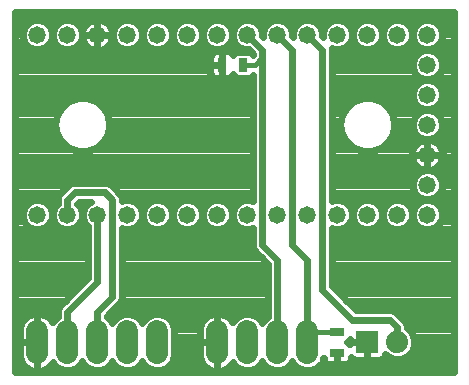
<source format=gbl>
G75*
%MOIN*%
%OFA0B0*%
%FSLAX25Y25*%
%IPPOS*%
%LPD*%
%AMOC8*
5,1,8,0,0,1.08239X$1,22.5*
%
%ADD10C,0.07400*%
%ADD11R,0.07400X0.07400*%
%ADD12C,0.07400*%
%ADD13C,0.05800*%
%ADD14R,0.03150X0.04724*%
%ADD15R,0.04724X0.03150*%
%ADD16C,0.02400*%
%ADD17C,0.01600*%
D10*
X0011800Y0011800D02*
X0011800Y0019200D01*
X0021800Y0019200D02*
X0021800Y0011800D01*
X0031800Y0011800D02*
X0031800Y0019200D01*
X0041800Y0019200D02*
X0041800Y0011800D01*
X0051800Y0011800D02*
X0051800Y0019200D01*
X0071800Y0019200D02*
X0071800Y0011800D01*
X0081800Y0011800D02*
X0081800Y0019200D01*
X0091800Y0019200D02*
X0091800Y0011800D01*
X0101800Y0011800D02*
X0101800Y0019200D01*
D11*
X0121800Y0015500D03*
D12*
X0131800Y0015500D03*
D13*
X0131800Y0058000D03*
X0121800Y0058000D03*
X0111800Y0058000D03*
X0101800Y0058000D03*
X0091800Y0058000D03*
X0081800Y0058000D03*
X0071800Y0058000D03*
X0061800Y0058000D03*
X0051800Y0058000D03*
X0041800Y0058000D03*
X0031800Y0058000D03*
X0021800Y0058000D03*
X0011800Y0058000D03*
X0011800Y0118000D03*
X0021800Y0118000D03*
X0031800Y0118000D03*
X0041800Y0118000D03*
X0051800Y0118000D03*
X0061800Y0118000D03*
X0071800Y0118000D03*
X0081800Y0118000D03*
X0091800Y0118000D03*
X0101800Y0118000D03*
X0111800Y0118000D03*
X0121800Y0118000D03*
X0131800Y0118000D03*
X0141800Y0118000D03*
X0141800Y0108000D03*
X0141800Y0098000D03*
X0141800Y0088000D03*
X0141800Y0078000D03*
X0141800Y0068000D03*
X0141800Y0058000D03*
D14*
X0080343Y0108000D03*
X0073257Y0108000D03*
D15*
X0111800Y0019043D03*
X0111800Y0011957D03*
D16*
X0150817Y0005500D02*
X0004300Y0005500D01*
X0004300Y0125500D01*
X0150817Y0125500D01*
X0150817Y0005500D01*
X0150817Y0007797D02*
X0105729Y0007797D01*
X0104977Y0007045D02*
X0106555Y0008623D01*
X0107238Y0010272D01*
X0107238Y0010092D01*
X0107388Y0009533D01*
X0107677Y0009031D01*
X0108087Y0008621D01*
X0108589Y0008332D01*
X0109148Y0008182D01*
X0111800Y0008182D01*
X0114452Y0008182D01*
X0115011Y0008332D01*
X0115513Y0008621D01*
X0115923Y0009031D01*
X0116212Y0009533D01*
X0116362Y0010092D01*
X0116362Y0010427D01*
X0116749Y0010040D01*
X0117251Y0009750D01*
X0117810Y0009600D01*
X0121800Y0009600D01*
X0125790Y0009600D01*
X0126349Y0009750D01*
X0126851Y0010040D01*
X0127260Y0010449D01*
X0127550Y0010951D01*
X0127700Y0011510D01*
X0127700Y0011668D01*
X0128623Y0010745D01*
X0130684Y0009891D01*
X0132916Y0009891D01*
X0134977Y0010745D01*
X0136555Y0012323D01*
X0137409Y0014384D01*
X0137409Y0016616D01*
X0136555Y0018677D01*
X0134977Y0020255D01*
X0134909Y0020283D01*
X0134909Y0021118D01*
X0134435Y0022261D01*
X0131935Y0024761D01*
X0131061Y0025635D01*
X0129918Y0026109D01*
X0118088Y0026109D01*
X0109909Y0034288D01*
X0109909Y0053579D01*
X0110843Y0053191D01*
X0112756Y0053191D01*
X0114524Y0053923D01*
X0115877Y0055276D01*
X0116609Y0057043D01*
X0116609Y0058956D01*
X0115877Y0060724D01*
X0114524Y0062077D01*
X0112756Y0062809D01*
X0110843Y0062809D01*
X0109909Y0062421D01*
X0109909Y0113579D01*
X0110843Y0113191D01*
X0112756Y0113191D01*
X0114524Y0113923D01*
X0115877Y0115276D01*
X0116609Y0117043D01*
X0116609Y0118956D01*
X0115877Y0120724D01*
X0114524Y0122077D01*
X0112756Y0122809D01*
X0110843Y0122809D01*
X0109076Y0122077D01*
X0107723Y0120724D01*
X0106991Y0118956D01*
X0106991Y0117205D01*
X0106609Y0117588D01*
X0106609Y0118956D01*
X0105877Y0120724D01*
X0104524Y0122077D01*
X0102756Y0122809D01*
X0100843Y0122809D01*
X0099076Y0122077D01*
X0097723Y0120724D01*
X0096991Y0118956D01*
X0096991Y0117205D01*
X0096609Y0117588D01*
X0096609Y0118956D01*
X0095877Y0120724D01*
X0094524Y0122077D01*
X0092756Y0122809D01*
X0090843Y0122809D01*
X0089076Y0122077D01*
X0087723Y0120724D01*
X0086991Y0118956D01*
X0086991Y0117205D01*
X0086609Y0117588D01*
X0086609Y0118956D01*
X0085877Y0120724D01*
X0084524Y0122077D01*
X0082756Y0122809D01*
X0080843Y0122809D01*
X0079076Y0122077D01*
X0077723Y0120724D01*
X0076991Y0118956D01*
X0076991Y0117043D01*
X0077723Y0115276D01*
X0079076Y0113923D01*
X0080843Y0113191D01*
X0082212Y0113191D01*
X0083691Y0111712D01*
X0083691Y0111288D01*
X0082709Y0112271D01*
X0077978Y0112271D01*
X0076889Y0111182D01*
X0076882Y0111211D01*
X0076592Y0111713D01*
X0076182Y0112123D01*
X0075681Y0112412D01*
X0075121Y0112562D01*
X0073257Y0112562D01*
X0073257Y0108000D01*
X0073257Y0103438D01*
X0075121Y0103438D01*
X0075681Y0103588D01*
X0076182Y0103877D01*
X0076592Y0104287D01*
X0076882Y0104789D01*
X0076889Y0104818D01*
X0077978Y0103729D01*
X0082709Y0103729D01*
X0083691Y0104712D01*
X0083691Y0062421D01*
X0082756Y0062809D01*
X0080843Y0062809D01*
X0079076Y0062077D01*
X0077723Y0060724D01*
X0076991Y0058956D01*
X0076991Y0057043D01*
X0077723Y0055276D01*
X0079076Y0053923D01*
X0080843Y0053191D01*
X0082756Y0053191D01*
X0083691Y0053579D01*
X0083691Y0047382D01*
X0084165Y0046239D01*
X0085039Y0045365D01*
X0088691Y0041712D01*
X0088691Y0023983D01*
X0088623Y0023955D01*
X0087045Y0022377D01*
X0086800Y0021785D01*
X0086555Y0022377D01*
X0084977Y0023955D01*
X0082916Y0024809D01*
X0080684Y0024809D01*
X0078623Y0023955D01*
X0077045Y0022377D01*
X0076937Y0022115D01*
X0076846Y0022292D01*
X0076300Y0023044D01*
X0075644Y0023700D01*
X0074892Y0024246D01*
X0074065Y0024668D01*
X0073182Y0024955D01*
X0072264Y0025100D01*
X0071800Y0025100D01*
X0071800Y0015500D01*
X0071800Y0015500D01*
X0071800Y0005900D01*
X0072264Y0005900D01*
X0073182Y0006045D01*
X0074065Y0006332D01*
X0074892Y0006754D01*
X0075644Y0007300D01*
X0076300Y0007956D01*
X0076846Y0008708D01*
X0076937Y0008885D01*
X0077045Y0008623D01*
X0078623Y0007045D01*
X0080684Y0006191D01*
X0082916Y0006191D01*
X0084977Y0007045D01*
X0086555Y0008623D01*
X0086800Y0009215D01*
X0087045Y0008623D01*
X0088623Y0007045D01*
X0090684Y0006191D01*
X0092916Y0006191D01*
X0094977Y0007045D01*
X0096555Y0008623D01*
X0096800Y0009215D01*
X0097045Y0008623D01*
X0098623Y0007045D01*
X0100684Y0006191D01*
X0102916Y0006191D01*
X0104977Y0007045D01*
X0107206Y0010196D02*
X0107238Y0010196D01*
X0111800Y0010196D02*
X0111800Y0010196D01*
X0111800Y0011957D02*
X0111800Y0008182D01*
X0111800Y0011957D01*
X0111800Y0011957D01*
X0114982Y0015589D02*
X0115900Y0016507D01*
X0115900Y0015500D01*
X0121800Y0015500D01*
X0121800Y0009600D01*
X0121800Y0015500D01*
X0121800Y0015500D01*
X0121800Y0015500D01*
X0115900Y0015500D01*
X0115900Y0014905D01*
X0115513Y0015292D01*
X0115011Y0015582D01*
X0114982Y0015589D01*
X0115812Y0014993D02*
X0115900Y0014993D01*
X0116362Y0010196D02*
X0116593Y0010196D01*
X0121800Y0010196D02*
X0121800Y0010196D01*
X0121800Y0012594D02*
X0121800Y0012594D01*
X0121800Y0014993D02*
X0121800Y0014993D01*
X0127007Y0010196D02*
X0129950Y0010196D01*
X0133650Y0010196D02*
X0150817Y0010196D01*
X0150817Y0012594D02*
X0136667Y0012594D01*
X0137409Y0014993D02*
X0150817Y0014993D01*
X0150817Y0017391D02*
X0137087Y0017391D01*
X0135442Y0019790D02*
X0150817Y0019790D01*
X0150817Y0022188D02*
X0134466Y0022188D01*
X0131800Y0020500D02*
X0129300Y0023000D01*
X0116800Y0023000D01*
X0106800Y0033000D01*
X0106800Y0113000D01*
X0101800Y0118000D01*
X0105958Y0120527D02*
X0107642Y0120527D01*
X0106991Y0118129D02*
X0106609Y0118129D01*
X0109909Y0113332D02*
X0110505Y0113332D01*
X0109909Y0110933D02*
X0137933Y0110933D01*
X0137723Y0110724D02*
X0136991Y0108956D01*
X0136991Y0107043D01*
X0137723Y0105276D01*
X0139076Y0103923D01*
X0140843Y0103191D01*
X0142756Y0103191D01*
X0144524Y0103923D01*
X0145877Y0105276D01*
X0146609Y0107043D01*
X0146609Y0108956D01*
X0145877Y0110724D01*
X0144524Y0112077D01*
X0142756Y0112809D01*
X0140843Y0112809D01*
X0139076Y0112077D01*
X0137723Y0110724D01*
X0136991Y0108534D02*
X0109909Y0108534D01*
X0109909Y0106136D02*
X0137367Y0106136D01*
X0139525Y0103737D02*
X0109909Y0103737D01*
X0109909Y0101339D02*
X0138338Y0101339D01*
X0137723Y0100724D02*
X0136991Y0098956D01*
X0136991Y0097043D01*
X0137723Y0095276D01*
X0139076Y0093923D01*
X0140843Y0093191D01*
X0142756Y0093191D01*
X0144524Y0093923D01*
X0145877Y0095276D01*
X0146609Y0097043D01*
X0146609Y0098956D01*
X0145877Y0100724D01*
X0144524Y0102077D01*
X0142756Y0102809D01*
X0140843Y0102809D01*
X0139076Y0102077D01*
X0137723Y0100724D01*
X0136991Y0098940D02*
X0109909Y0098940D01*
X0109909Y0096542D02*
X0119247Y0096542D01*
X0120231Y0096900D02*
X0117281Y0095827D01*
X0114877Y0093809D01*
X0113308Y0091091D01*
X0113308Y0091091D01*
X0112763Y0088000D01*
X0113308Y0084909D01*
X0114877Y0082191D01*
X0114877Y0082191D01*
X0117281Y0080173D01*
X0120231Y0079100D01*
X0121137Y0079100D01*
X0123369Y0079100D01*
X0126319Y0080173D01*
X0128723Y0082191D01*
X0130292Y0084909D01*
X0130837Y0088000D01*
X0130292Y0091091D01*
X0128723Y0093809D01*
X0128723Y0093809D01*
X0126319Y0095827D01*
X0126319Y0095827D01*
X0123369Y0096900D01*
X0120231Y0096900D01*
X0117281Y0095827D02*
X0117281Y0095827D01*
X0115276Y0094143D02*
X0109909Y0094143D01*
X0109909Y0091745D02*
X0113685Y0091745D01*
X0114877Y0093809D02*
X0114877Y0093809D01*
X0113000Y0089346D02*
X0109909Y0089346D01*
X0109909Y0086948D02*
X0112948Y0086948D01*
X0113308Y0084909D02*
X0113308Y0084909D01*
X0113515Y0084549D02*
X0109909Y0084549D01*
X0109909Y0082151D02*
X0114925Y0082151D01*
X0117281Y0080173D02*
X0117281Y0080173D01*
X0118438Y0079752D02*
X0109909Y0079752D01*
X0109909Y0077354D02*
X0136739Y0077354D01*
X0136700Y0077599D02*
X0136826Y0076806D01*
X0137074Y0076042D01*
X0137438Y0075327D01*
X0137910Y0074678D01*
X0138478Y0074110D01*
X0139127Y0073638D01*
X0139842Y0073274D01*
X0140606Y0073026D01*
X0141399Y0072900D01*
X0141800Y0072900D01*
X0142201Y0072900D01*
X0142994Y0073026D01*
X0143758Y0073274D01*
X0144473Y0073638D01*
X0145122Y0074110D01*
X0145690Y0074678D01*
X0146162Y0075327D01*
X0146526Y0076042D01*
X0146774Y0076806D01*
X0146900Y0077599D01*
X0146900Y0078000D01*
X0146900Y0078401D01*
X0146774Y0079194D01*
X0146526Y0079958D01*
X0146162Y0080673D01*
X0145690Y0081322D01*
X0145122Y0081890D01*
X0144473Y0082362D01*
X0143758Y0082726D01*
X0142994Y0082974D01*
X0142201Y0083100D01*
X0141800Y0083100D01*
X0141800Y0078000D01*
X0141800Y0078000D01*
X0146900Y0078000D01*
X0141800Y0078000D01*
X0141800Y0078000D01*
X0141800Y0078000D01*
X0136700Y0078000D01*
X0136700Y0078401D01*
X0136826Y0079194D01*
X0137074Y0079958D01*
X0137438Y0080673D01*
X0137910Y0081322D01*
X0138478Y0081890D01*
X0139127Y0082362D01*
X0139842Y0082726D01*
X0140606Y0082974D01*
X0141399Y0083100D01*
X0141800Y0083100D01*
X0141800Y0078000D01*
X0141800Y0072900D01*
X0141800Y0078000D01*
X0141800Y0078000D01*
X0136700Y0078000D01*
X0136700Y0077599D01*
X0137007Y0079752D02*
X0125162Y0079752D01*
X0126319Y0080173D02*
X0126319Y0080173D01*
X0128675Y0082151D02*
X0138837Y0082151D01*
X0139076Y0083923D02*
X0140843Y0083191D01*
X0142756Y0083191D01*
X0144524Y0083923D01*
X0145877Y0085276D01*
X0146609Y0087043D01*
X0146609Y0088956D01*
X0145877Y0090724D01*
X0144524Y0092077D01*
X0142756Y0092809D01*
X0140843Y0092809D01*
X0139076Y0092077D01*
X0137723Y0090724D01*
X0136991Y0088956D01*
X0136991Y0087043D01*
X0137723Y0085276D01*
X0139076Y0083923D01*
X0138450Y0084549D02*
X0130085Y0084549D01*
X0130292Y0084909D02*
X0130292Y0084909D01*
X0130652Y0086948D02*
X0137031Y0086948D01*
X0137153Y0089346D02*
X0130600Y0089346D01*
X0130837Y0088000D02*
X0130837Y0088000D01*
X0130292Y0091091D02*
X0130292Y0091091D01*
X0129915Y0091745D02*
X0138744Y0091745D01*
X0138856Y0094143D02*
X0128324Y0094143D01*
X0124353Y0096542D02*
X0137199Y0096542D01*
X0144744Y0094143D02*
X0150817Y0094143D01*
X0150817Y0091745D02*
X0144856Y0091745D01*
X0146447Y0089346D02*
X0150817Y0089346D01*
X0150817Y0086948D02*
X0146569Y0086948D01*
X0145150Y0084549D02*
X0150817Y0084549D01*
X0150817Y0082151D02*
X0144763Y0082151D01*
X0141800Y0082151D02*
X0141800Y0082151D01*
X0141800Y0079752D02*
X0141800Y0079752D01*
X0141800Y0077354D02*
X0141800Y0077354D01*
X0141800Y0074955D02*
X0141800Y0074955D01*
X0142756Y0072809D02*
X0140843Y0072809D01*
X0139076Y0072077D01*
X0137723Y0070724D01*
X0136991Y0068956D01*
X0136991Y0067043D01*
X0137723Y0065276D01*
X0139076Y0063923D01*
X0140843Y0063191D01*
X0142756Y0063191D01*
X0144524Y0063923D01*
X0145877Y0065276D01*
X0146609Y0067043D01*
X0146609Y0068956D01*
X0145877Y0070724D01*
X0144524Y0072077D01*
X0142756Y0072809D01*
X0143364Y0072557D02*
X0150817Y0072557D01*
X0150817Y0070158D02*
X0146111Y0070158D01*
X0146609Y0067760D02*
X0150817Y0067760D01*
X0150817Y0065361D02*
X0145912Y0065361D01*
X0144524Y0062077D02*
X0142756Y0062809D01*
X0140843Y0062809D01*
X0139076Y0062077D01*
X0137723Y0060724D01*
X0136991Y0058956D01*
X0136991Y0057043D01*
X0137723Y0055276D01*
X0139076Y0053923D01*
X0140843Y0053191D01*
X0142756Y0053191D01*
X0144524Y0053923D01*
X0145877Y0055276D01*
X0146609Y0057043D01*
X0146609Y0058956D01*
X0145877Y0060724D01*
X0144524Y0062077D01*
X0145943Y0060564D02*
X0150817Y0060564D01*
X0150817Y0058166D02*
X0146609Y0058166D01*
X0146080Y0055767D02*
X0150817Y0055767D01*
X0150817Y0053369D02*
X0143185Y0053369D01*
X0140415Y0053369D02*
X0133185Y0053369D01*
X0132756Y0053191D02*
X0134524Y0053923D01*
X0135877Y0055276D01*
X0136609Y0057043D01*
X0136609Y0058956D01*
X0135877Y0060724D01*
X0134524Y0062077D01*
X0132756Y0062809D01*
X0130843Y0062809D01*
X0129076Y0062077D01*
X0127723Y0060724D01*
X0126991Y0058956D01*
X0126991Y0057043D01*
X0127723Y0055276D01*
X0129076Y0053923D01*
X0130843Y0053191D01*
X0132756Y0053191D01*
X0130415Y0053369D02*
X0123185Y0053369D01*
X0122756Y0053191D02*
X0120843Y0053191D01*
X0119076Y0053923D01*
X0117723Y0055276D01*
X0116991Y0057043D01*
X0116991Y0058956D01*
X0117723Y0060724D01*
X0119076Y0062077D01*
X0120843Y0062809D01*
X0122756Y0062809D01*
X0124524Y0062077D01*
X0125877Y0060724D01*
X0126609Y0058956D01*
X0126609Y0057043D01*
X0125877Y0055276D01*
X0124524Y0053923D01*
X0122756Y0053191D01*
X0120415Y0053369D02*
X0113185Y0053369D01*
X0110415Y0053369D02*
X0109909Y0053369D01*
X0109909Y0050970D02*
X0150817Y0050970D01*
X0150817Y0048572D02*
X0109909Y0048572D01*
X0109909Y0046173D02*
X0150817Y0046173D01*
X0150817Y0043775D02*
X0109909Y0043775D01*
X0109909Y0041376D02*
X0150817Y0041376D01*
X0150817Y0038978D02*
X0109909Y0038978D01*
X0109909Y0036579D02*
X0150817Y0036579D01*
X0150817Y0034181D02*
X0110016Y0034181D01*
X0112414Y0031782D02*
X0150817Y0031782D01*
X0150817Y0029384D02*
X0114813Y0029384D01*
X0117211Y0026985D02*
X0150817Y0026985D01*
X0150817Y0024587D02*
X0132110Y0024587D01*
X0131800Y0020500D02*
X0131800Y0015500D01*
X0101800Y0015500D02*
X0101800Y0020500D01*
X0101800Y0043000D01*
X0096800Y0048000D01*
X0096800Y0113000D01*
X0091800Y0118000D01*
X0096609Y0118129D02*
X0096991Y0118129D01*
X0097642Y0120527D02*
X0095958Y0120527D01*
X0087642Y0120527D02*
X0085958Y0120527D01*
X0086609Y0118129D02*
X0086991Y0118129D01*
X0086800Y0113000D02*
X0081800Y0118000D01*
X0077535Y0115730D02*
X0076065Y0115730D01*
X0075877Y0115276D02*
X0076609Y0117043D01*
X0076609Y0118956D01*
X0075877Y0120724D01*
X0074524Y0122077D01*
X0072756Y0122809D01*
X0070843Y0122809D01*
X0069076Y0122077D01*
X0067723Y0120724D01*
X0066991Y0118956D01*
X0066991Y0117043D01*
X0067723Y0115276D01*
X0069076Y0113923D01*
X0070843Y0113191D01*
X0072756Y0113191D01*
X0074524Y0113923D01*
X0075877Y0115276D01*
X0073095Y0113332D02*
X0080505Y0113332D01*
X0076991Y0118129D02*
X0076609Y0118129D01*
X0075958Y0120527D02*
X0077642Y0120527D01*
X0070505Y0113332D02*
X0063095Y0113332D01*
X0062756Y0113191D02*
X0064524Y0113923D01*
X0065877Y0115276D01*
X0066609Y0117043D01*
X0066609Y0118956D01*
X0065877Y0120724D01*
X0064524Y0122077D01*
X0062756Y0122809D01*
X0060843Y0122809D01*
X0059076Y0122077D01*
X0057723Y0120724D01*
X0056991Y0118956D01*
X0056991Y0117043D01*
X0057723Y0115276D01*
X0059076Y0113923D01*
X0060843Y0113191D01*
X0062756Y0113191D01*
X0060505Y0113332D02*
X0053095Y0113332D01*
X0052756Y0113191D02*
X0054524Y0113923D01*
X0055877Y0115276D01*
X0056609Y0117043D01*
X0056609Y0118956D01*
X0055877Y0120724D01*
X0054524Y0122077D01*
X0052756Y0122809D01*
X0050843Y0122809D01*
X0049076Y0122077D01*
X0047723Y0120724D01*
X0046991Y0118956D01*
X0046991Y0117043D01*
X0047723Y0115276D01*
X0049076Y0113923D01*
X0050843Y0113191D01*
X0052756Y0113191D01*
X0050505Y0113332D02*
X0043095Y0113332D01*
X0042756Y0113191D02*
X0044524Y0113923D01*
X0045877Y0115276D01*
X0046609Y0117043D01*
X0046609Y0118956D01*
X0045877Y0120724D01*
X0044524Y0122077D01*
X0042756Y0122809D01*
X0040843Y0122809D01*
X0039076Y0122077D01*
X0037723Y0120724D01*
X0036991Y0118956D01*
X0036991Y0117043D01*
X0037723Y0115276D01*
X0039076Y0113923D01*
X0040843Y0113191D01*
X0042756Y0113191D01*
X0040505Y0113332D02*
X0033871Y0113332D01*
X0033758Y0113274D02*
X0034473Y0113638D01*
X0035122Y0114110D01*
X0035690Y0114678D01*
X0036162Y0115327D01*
X0036526Y0116042D01*
X0036774Y0116806D01*
X0036900Y0117599D01*
X0036900Y0118000D01*
X0036900Y0118401D01*
X0036774Y0119194D01*
X0036526Y0119958D01*
X0036162Y0120673D01*
X0035690Y0121322D01*
X0035122Y0121890D01*
X0034473Y0122362D01*
X0033758Y0122726D01*
X0032994Y0122974D01*
X0032201Y0123100D01*
X0031800Y0123100D01*
X0031800Y0118000D01*
X0031800Y0118000D01*
X0036900Y0118000D01*
X0031800Y0118000D01*
X0031800Y0118000D01*
X0031800Y0118000D01*
X0026700Y0118000D01*
X0026700Y0118401D01*
X0026826Y0119194D01*
X0027074Y0119958D01*
X0027438Y0120673D01*
X0027910Y0121322D01*
X0028478Y0121890D01*
X0029127Y0122362D01*
X0029842Y0122726D01*
X0030606Y0122974D01*
X0031399Y0123100D01*
X0031800Y0123100D01*
X0031800Y0118000D01*
X0031800Y0112900D01*
X0032201Y0112900D01*
X0032994Y0113026D01*
X0033758Y0113274D01*
X0031800Y0113332D02*
X0031800Y0113332D01*
X0031800Y0112900D02*
X0031800Y0118000D01*
X0031800Y0118000D01*
X0026700Y0118000D01*
X0026700Y0117599D01*
X0026826Y0116806D01*
X0027074Y0116042D01*
X0027438Y0115327D01*
X0027910Y0114678D01*
X0028478Y0114110D01*
X0029127Y0113638D01*
X0029842Y0113274D01*
X0030606Y0113026D01*
X0031399Y0112900D01*
X0031800Y0112900D01*
X0029729Y0113332D02*
X0023095Y0113332D01*
X0022756Y0113191D02*
X0024524Y0113923D01*
X0025877Y0115276D01*
X0026609Y0117043D01*
X0026609Y0118956D01*
X0025877Y0120724D01*
X0024524Y0122077D01*
X0022756Y0122809D01*
X0020843Y0122809D01*
X0019076Y0122077D01*
X0017723Y0120724D01*
X0016991Y0118956D01*
X0016991Y0117043D01*
X0017723Y0115276D01*
X0019076Y0113923D01*
X0020843Y0113191D01*
X0022756Y0113191D01*
X0020505Y0113332D02*
X0013095Y0113332D01*
X0012756Y0113191D02*
X0014524Y0113923D01*
X0015877Y0115276D01*
X0016609Y0117043D01*
X0016609Y0118956D01*
X0015877Y0120724D01*
X0014524Y0122077D01*
X0012756Y0122809D01*
X0010843Y0122809D01*
X0009076Y0122077D01*
X0007723Y0120724D01*
X0006991Y0118956D01*
X0006991Y0117043D01*
X0007723Y0115276D01*
X0009076Y0113923D01*
X0010843Y0113191D01*
X0012756Y0113191D01*
X0010505Y0113332D02*
X0004300Y0113332D01*
X0004300Y0115730D02*
X0007535Y0115730D01*
X0006991Y0118129D02*
X0004300Y0118129D01*
X0004300Y0120527D02*
X0007642Y0120527D01*
X0004300Y0122926D02*
X0030455Y0122926D01*
X0031800Y0122926D02*
X0031800Y0122926D01*
X0033145Y0122926D02*
X0150817Y0122926D01*
X0150817Y0125324D02*
X0004300Y0125324D01*
X0015958Y0120527D02*
X0017642Y0120527D01*
X0016991Y0118129D02*
X0016609Y0118129D01*
X0016065Y0115730D02*
X0017535Y0115730D01*
X0026065Y0115730D02*
X0027233Y0115730D01*
X0026700Y0118129D02*
X0026609Y0118129D01*
X0025958Y0120527D02*
X0027364Y0120527D01*
X0031800Y0120527D02*
X0031800Y0120527D01*
X0031800Y0118129D02*
X0031800Y0118129D01*
X0031800Y0115730D02*
X0031800Y0115730D01*
X0036367Y0115730D02*
X0037535Y0115730D01*
X0036991Y0118129D02*
X0036900Y0118129D01*
X0036236Y0120527D02*
X0037642Y0120527D01*
X0045958Y0120527D02*
X0047642Y0120527D01*
X0046991Y0118129D02*
X0046609Y0118129D01*
X0046065Y0115730D02*
X0047535Y0115730D01*
X0056065Y0115730D02*
X0057535Y0115730D01*
X0056991Y0118129D02*
X0056609Y0118129D01*
X0055958Y0120527D02*
X0057642Y0120527D01*
X0065958Y0120527D02*
X0067642Y0120527D01*
X0066991Y0118129D02*
X0066609Y0118129D01*
X0066065Y0115730D02*
X0067535Y0115730D01*
X0070331Y0112123D02*
X0069921Y0111713D01*
X0069632Y0111211D01*
X0069482Y0110652D01*
X0069482Y0108000D01*
X0073257Y0108000D01*
X0073257Y0108000D01*
X0073257Y0108000D01*
X0073257Y0103438D01*
X0071392Y0103438D01*
X0070833Y0103588D01*
X0070331Y0103877D01*
X0069921Y0104287D01*
X0069632Y0104789D01*
X0069482Y0105348D01*
X0069482Y0108000D01*
X0073257Y0108000D01*
X0073257Y0112562D01*
X0071392Y0112562D01*
X0070833Y0112412D01*
X0070331Y0112123D01*
X0069557Y0110933D02*
X0004300Y0110933D01*
X0004300Y0108534D02*
X0069482Y0108534D01*
X0069482Y0106136D02*
X0004300Y0106136D01*
X0004300Y0103737D02*
X0070573Y0103737D01*
X0073257Y0103737D02*
X0073257Y0103737D01*
X0073257Y0106136D02*
X0073257Y0106136D01*
X0073257Y0108000D02*
X0073257Y0108000D01*
X0073257Y0108534D02*
X0073257Y0108534D01*
X0073257Y0110933D02*
X0073257Y0110933D01*
X0075940Y0103737D02*
X0077970Y0103737D01*
X0082717Y0103737D02*
X0083691Y0103737D01*
X0083691Y0101339D02*
X0004300Y0101339D01*
X0004300Y0098940D02*
X0083691Y0098940D01*
X0083691Y0096542D02*
X0029353Y0096542D01*
X0028369Y0096900D02*
X0031319Y0095827D01*
X0031319Y0095827D01*
X0033723Y0093809D01*
X0033723Y0093809D01*
X0035292Y0091091D01*
X0035292Y0091091D01*
X0035837Y0088000D01*
X0035837Y0088000D01*
X0035292Y0084909D01*
X0035292Y0084909D01*
X0033723Y0082191D01*
X0033723Y0082191D01*
X0033723Y0082191D01*
X0031319Y0080173D01*
X0031319Y0080173D01*
X0028369Y0079100D01*
X0027463Y0079100D01*
X0025231Y0079100D01*
X0022281Y0080173D01*
X0022281Y0080173D01*
X0019877Y0082191D01*
X0019877Y0082191D01*
X0018308Y0084909D01*
X0018308Y0084909D01*
X0017763Y0088000D01*
X0017763Y0088000D01*
X0018308Y0091091D01*
X0018308Y0091091D01*
X0019877Y0093809D01*
X0019877Y0093809D01*
X0019877Y0093809D01*
X0022281Y0095827D01*
X0022281Y0095827D01*
X0025231Y0096900D01*
X0028369Y0096900D01*
X0024247Y0096542D02*
X0004300Y0096542D01*
X0004300Y0094143D02*
X0020276Y0094143D01*
X0018685Y0091745D02*
X0004300Y0091745D01*
X0004300Y0089346D02*
X0018000Y0089346D01*
X0017948Y0086948D02*
X0004300Y0086948D01*
X0004300Y0084549D02*
X0018515Y0084549D01*
X0019925Y0082151D02*
X0004300Y0082151D01*
X0004300Y0079752D02*
X0023438Y0079752D01*
X0028369Y0079100D02*
X0028369Y0079100D01*
X0030162Y0079752D02*
X0083691Y0079752D01*
X0083691Y0077354D02*
X0004300Y0077354D01*
X0004300Y0074955D02*
X0083691Y0074955D01*
X0083691Y0072557D02*
X0004300Y0072557D01*
X0004300Y0070158D02*
X0083691Y0070158D01*
X0083691Y0067760D02*
X0036436Y0067760D01*
X0036061Y0068135D02*
X0034918Y0068609D01*
X0023682Y0068609D01*
X0022539Y0068135D01*
X0021665Y0067261D01*
X0019165Y0064761D01*
X0018691Y0063618D01*
X0018691Y0061692D01*
X0017723Y0060724D01*
X0016991Y0058956D01*
X0016991Y0057043D01*
X0017723Y0055276D01*
X0019076Y0053923D01*
X0020843Y0053191D01*
X0022756Y0053191D01*
X0024524Y0053923D01*
X0025877Y0055276D01*
X0026609Y0057043D01*
X0026609Y0058956D01*
X0025877Y0060724D01*
X0024909Y0061692D01*
X0024909Y0061712D01*
X0025588Y0062391D01*
X0029836Y0062391D01*
X0029076Y0062077D01*
X0027723Y0060724D01*
X0026991Y0058956D01*
X0026991Y0057043D01*
X0027723Y0055276D01*
X0028691Y0054308D01*
X0028691Y0036788D01*
X0020039Y0028135D01*
X0019165Y0027261D01*
X0018691Y0026118D01*
X0018691Y0023983D01*
X0018623Y0023955D01*
X0017045Y0022377D01*
X0016937Y0022115D01*
X0016846Y0022292D01*
X0016300Y0023044D01*
X0015644Y0023700D01*
X0014892Y0024246D01*
X0014065Y0024668D01*
X0013182Y0024955D01*
X0012264Y0025100D01*
X0011800Y0025100D01*
X0011800Y0015500D01*
X0011800Y0015500D01*
X0011800Y0005900D01*
X0012264Y0005900D01*
X0013182Y0006045D01*
X0014065Y0006332D01*
X0014892Y0006754D01*
X0015644Y0007300D01*
X0016300Y0007956D01*
X0016846Y0008708D01*
X0016937Y0008885D01*
X0017045Y0008623D01*
X0018623Y0007045D01*
X0020684Y0006191D01*
X0022916Y0006191D01*
X0024977Y0007045D01*
X0026555Y0008623D01*
X0026800Y0009215D01*
X0027045Y0008623D01*
X0028623Y0007045D01*
X0030684Y0006191D01*
X0032916Y0006191D01*
X0034977Y0007045D01*
X0036555Y0008623D01*
X0036800Y0009215D01*
X0037045Y0008623D01*
X0038623Y0007045D01*
X0040684Y0006191D01*
X0042916Y0006191D01*
X0044977Y0007045D01*
X0046555Y0008623D01*
X0046800Y0009215D01*
X0047045Y0008623D01*
X0048623Y0007045D01*
X0050684Y0006191D01*
X0052916Y0006191D01*
X0054977Y0007045D01*
X0056555Y0008623D01*
X0057409Y0010684D01*
X0057409Y0020316D01*
X0056555Y0022377D01*
X0054977Y0023955D01*
X0052916Y0024809D01*
X0050684Y0024809D01*
X0048623Y0023955D01*
X0047045Y0022377D01*
X0046800Y0021785D01*
X0046555Y0022377D01*
X0044977Y0023955D01*
X0042916Y0024809D01*
X0040684Y0024809D01*
X0038623Y0023955D01*
X0037045Y0022377D01*
X0036800Y0021785D01*
X0036555Y0022377D01*
X0034977Y0023955D01*
X0034909Y0023983D01*
X0034909Y0024212D01*
X0039435Y0028739D01*
X0039909Y0029882D01*
X0039909Y0053579D01*
X0040843Y0053191D01*
X0042756Y0053191D01*
X0044524Y0053923D01*
X0045877Y0055276D01*
X0046609Y0057043D01*
X0046609Y0058956D01*
X0045877Y0060724D01*
X0044524Y0062077D01*
X0042756Y0062809D01*
X0040843Y0062809D01*
X0039909Y0062421D01*
X0039909Y0063618D01*
X0039435Y0064761D01*
X0038561Y0065635D01*
X0036061Y0068135D01*
X0034300Y0065500D02*
X0036800Y0063000D01*
X0036800Y0030500D01*
X0031800Y0025500D01*
X0031800Y0015500D01*
X0035729Y0007797D02*
X0037871Y0007797D01*
X0045729Y0007797D02*
X0047871Y0007797D01*
X0055729Y0007797D02*
X0067459Y0007797D01*
X0067300Y0007956D02*
X0067956Y0007300D01*
X0068708Y0006754D01*
X0069535Y0006332D01*
X0070418Y0006045D01*
X0071336Y0005900D01*
X0071800Y0005900D01*
X0071800Y0015500D01*
X0071800Y0015500D01*
X0071800Y0015500D01*
X0065900Y0015500D01*
X0065900Y0019664D01*
X0066045Y0020582D01*
X0066332Y0021465D01*
X0066754Y0022292D01*
X0067300Y0023044D01*
X0067956Y0023700D01*
X0068708Y0024246D01*
X0069535Y0024668D01*
X0070418Y0024955D01*
X0071336Y0025100D01*
X0071800Y0025100D01*
X0071800Y0015500D01*
X0065900Y0015500D01*
X0065900Y0011336D01*
X0066045Y0010418D01*
X0066332Y0009535D01*
X0066754Y0008708D01*
X0067300Y0007956D01*
X0066118Y0010196D02*
X0057206Y0010196D01*
X0057409Y0012594D02*
X0065900Y0012594D01*
X0065900Y0014993D02*
X0057409Y0014993D01*
X0057409Y0017391D02*
X0065900Y0017391D01*
X0065920Y0019790D02*
X0057409Y0019790D01*
X0056633Y0022188D02*
X0066701Y0022188D01*
X0069376Y0024587D02*
X0053452Y0024587D01*
X0050148Y0024587D02*
X0043452Y0024587D01*
X0040148Y0024587D02*
X0035283Y0024587D01*
X0036633Y0022188D02*
X0036967Y0022188D01*
X0037681Y0026985D02*
X0088691Y0026985D01*
X0088691Y0024587D02*
X0083452Y0024587D01*
X0080148Y0024587D02*
X0074224Y0024587D01*
X0076899Y0022188D02*
X0076967Y0022188D01*
X0071800Y0022188D02*
X0071800Y0022188D01*
X0071800Y0024587D02*
X0071800Y0024587D01*
X0071800Y0019790D02*
X0071800Y0019790D01*
X0071800Y0017391D02*
X0071800Y0017391D01*
X0071800Y0014993D02*
X0071800Y0014993D01*
X0071800Y0012594D02*
X0071800Y0012594D01*
X0071800Y0010196D02*
X0071800Y0010196D01*
X0071800Y0007797D02*
X0071800Y0007797D01*
X0076141Y0007797D02*
X0077871Y0007797D01*
X0085729Y0007797D02*
X0087871Y0007797D01*
X0095729Y0007797D02*
X0097871Y0007797D01*
X0091800Y0015500D02*
X0091800Y0043000D01*
X0086800Y0048000D01*
X0086800Y0110500D01*
X0086800Y0113000D01*
X0083691Y0094143D02*
X0033324Y0094143D01*
X0034915Y0091745D02*
X0083691Y0091745D01*
X0083691Y0089346D02*
X0035600Y0089346D01*
X0035652Y0086948D02*
X0083691Y0086948D01*
X0083691Y0084549D02*
X0035085Y0084549D01*
X0033675Y0082151D02*
X0083691Y0082151D01*
X0083691Y0065361D02*
X0038835Y0065361D01*
X0039909Y0062963D02*
X0083691Y0062963D01*
X0077657Y0060564D02*
X0075943Y0060564D01*
X0075877Y0060724D02*
X0074524Y0062077D01*
X0072756Y0062809D01*
X0070843Y0062809D01*
X0069076Y0062077D01*
X0067723Y0060724D01*
X0066991Y0058956D01*
X0066991Y0057043D01*
X0067723Y0055276D01*
X0069076Y0053923D01*
X0070843Y0053191D01*
X0072756Y0053191D01*
X0074524Y0053923D01*
X0075877Y0055276D01*
X0076609Y0057043D01*
X0076609Y0058956D01*
X0075877Y0060724D01*
X0076609Y0058166D02*
X0076991Y0058166D01*
X0077520Y0055767D02*
X0076080Y0055767D01*
X0073185Y0053369D02*
X0080415Y0053369D01*
X0083185Y0053369D02*
X0083691Y0053369D01*
X0083691Y0050970D02*
X0039909Y0050970D01*
X0039909Y0048572D02*
X0083691Y0048572D01*
X0084230Y0046173D02*
X0039909Y0046173D01*
X0039909Y0043775D02*
X0086629Y0043775D01*
X0085039Y0045365D02*
X0085039Y0045365D01*
X0088691Y0041376D02*
X0039909Y0041376D01*
X0039909Y0038978D02*
X0088691Y0038978D01*
X0088691Y0036579D02*
X0039909Y0036579D01*
X0039909Y0034181D02*
X0088691Y0034181D01*
X0088691Y0031782D02*
X0039909Y0031782D01*
X0039702Y0029384D02*
X0088691Y0029384D01*
X0086967Y0022188D02*
X0086633Y0022188D01*
X0064524Y0053923D02*
X0062756Y0053191D01*
X0060843Y0053191D01*
X0059076Y0053923D01*
X0057723Y0055276D01*
X0056991Y0057043D01*
X0056991Y0058956D01*
X0057723Y0060724D01*
X0059076Y0062077D01*
X0060843Y0062809D01*
X0062756Y0062809D01*
X0064524Y0062077D01*
X0065877Y0060724D01*
X0066609Y0058956D01*
X0066609Y0057043D01*
X0065877Y0055276D01*
X0064524Y0053923D01*
X0063185Y0053369D02*
X0070415Y0053369D01*
X0067520Y0055767D02*
X0066080Y0055767D01*
X0066609Y0058166D02*
X0066991Y0058166D01*
X0067657Y0060564D02*
X0065943Y0060564D01*
X0057657Y0060564D02*
X0055943Y0060564D01*
X0055877Y0060724D02*
X0054524Y0062077D01*
X0052756Y0062809D01*
X0050843Y0062809D01*
X0049076Y0062077D01*
X0047723Y0060724D01*
X0046991Y0058956D01*
X0046991Y0057043D01*
X0047723Y0055276D01*
X0049076Y0053923D01*
X0050843Y0053191D01*
X0052756Y0053191D01*
X0054524Y0053923D01*
X0055877Y0055276D01*
X0056609Y0057043D01*
X0056609Y0058956D01*
X0055877Y0060724D01*
X0056609Y0058166D02*
X0056991Y0058166D01*
X0057520Y0055767D02*
X0056080Y0055767D01*
X0053185Y0053369D02*
X0060415Y0053369D01*
X0050415Y0053369D02*
X0043185Y0053369D01*
X0046080Y0055767D02*
X0047520Y0055767D01*
X0046991Y0058166D02*
X0046609Y0058166D01*
X0045943Y0060564D02*
X0047657Y0060564D01*
X0040415Y0053369D02*
X0039909Y0053369D01*
X0031800Y0058000D02*
X0031800Y0035500D01*
X0021800Y0025500D01*
X0021800Y0015500D01*
X0025729Y0007797D02*
X0027871Y0007797D01*
X0017871Y0007797D02*
X0016141Y0007797D01*
X0011800Y0007797D02*
X0011800Y0007797D01*
X0011800Y0010196D02*
X0011800Y0010196D01*
X0011800Y0012594D02*
X0011800Y0012594D01*
X0011800Y0014993D02*
X0011800Y0014993D01*
X0011800Y0015500D02*
X0011800Y0015500D01*
X0011800Y0015500D01*
X0005900Y0015500D01*
X0005900Y0019664D01*
X0006045Y0020582D01*
X0006332Y0021465D01*
X0006754Y0022292D01*
X0007300Y0023044D01*
X0007956Y0023700D01*
X0008708Y0024246D01*
X0009535Y0024668D01*
X0010418Y0024955D01*
X0011336Y0025100D01*
X0011800Y0025100D01*
X0011800Y0015500D01*
X0011800Y0005900D01*
X0011336Y0005900D01*
X0010418Y0006045D01*
X0009535Y0006332D01*
X0008708Y0006754D01*
X0007956Y0007300D01*
X0007300Y0007956D01*
X0006754Y0008708D01*
X0006332Y0009535D01*
X0006045Y0010418D01*
X0005900Y0011336D01*
X0005900Y0015500D01*
X0011800Y0015500D01*
X0011800Y0017391D02*
X0011800Y0017391D01*
X0011800Y0019790D02*
X0011800Y0019790D01*
X0011800Y0022188D02*
X0011800Y0022188D01*
X0011800Y0024587D02*
X0011800Y0024587D01*
X0009376Y0024587D02*
X0004300Y0024587D01*
X0004300Y0022188D02*
X0006701Y0022188D01*
X0005920Y0019790D02*
X0004300Y0019790D01*
X0004300Y0017391D02*
X0005900Y0017391D01*
X0005900Y0014993D02*
X0004300Y0014993D01*
X0004300Y0012594D02*
X0005900Y0012594D01*
X0006118Y0010196D02*
X0004300Y0010196D01*
X0004300Y0007797D02*
X0007459Y0007797D01*
X0016899Y0022188D02*
X0016967Y0022188D01*
X0018691Y0024587D02*
X0014224Y0024587D01*
X0019050Y0026985D02*
X0004300Y0026985D01*
X0004300Y0029384D02*
X0021287Y0029384D01*
X0023686Y0031782D02*
X0004300Y0031782D01*
X0004300Y0034181D02*
X0026084Y0034181D01*
X0028483Y0036579D02*
X0004300Y0036579D01*
X0004300Y0038978D02*
X0028691Y0038978D01*
X0028691Y0041376D02*
X0004300Y0041376D01*
X0004300Y0043775D02*
X0028691Y0043775D01*
X0028691Y0046173D02*
X0004300Y0046173D01*
X0004300Y0048572D02*
X0028691Y0048572D01*
X0028691Y0050970D02*
X0004300Y0050970D01*
X0004300Y0053369D02*
X0010415Y0053369D01*
X0010843Y0053191D02*
X0012756Y0053191D01*
X0014524Y0053923D01*
X0015877Y0055276D01*
X0016609Y0057043D01*
X0016609Y0058956D01*
X0015877Y0060724D01*
X0014524Y0062077D01*
X0012756Y0062809D01*
X0010843Y0062809D01*
X0009076Y0062077D01*
X0007723Y0060724D01*
X0006991Y0058956D01*
X0006991Y0057043D01*
X0007723Y0055276D01*
X0009076Y0053923D01*
X0010843Y0053191D01*
X0013185Y0053369D02*
X0020415Y0053369D01*
X0023185Y0053369D02*
X0028691Y0053369D01*
X0027520Y0055767D02*
X0026080Y0055767D01*
X0026609Y0058166D02*
X0026991Y0058166D01*
X0027657Y0060564D02*
X0025943Y0060564D01*
X0021800Y0063000D02*
X0021800Y0058000D01*
X0016991Y0058166D02*
X0016609Y0058166D01*
X0016080Y0055767D02*
X0017520Y0055767D01*
X0017657Y0060564D02*
X0015943Y0060564D01*
X0018691Y0062963D02*
X0004300Y0062963D01*
X0004300Y0065361D02*
X0019765Y0065361D01*
X0021800Y0063000D02*
X0024300Y0065500D01*
X0034300Y0065500D01*
X0022163Y0067760D02*
X0004300Y0067760D01*
X0004300Y0060564D02*
X0007657Y0060564D01*
X0006991Y0058166D02*
X0004300Y0058166D01*
X0004300Y0055767D02*
X0007520Y0055767D01*
X0046633Y0022188D02*
X0046967Y0022188D01*
X0109909Y0062963D02*
X0150817Y0062963D01*
X0140236Y0072557D02*
X0109909Y0072557D01*
X0109909Y0070158D02*
X0137489Y0070158D01*
X0136991Y0067760D02*
X0109909Y0067760D01*
X0109909Y0065361D02*
X0137688Y0065361D01*
X0137657Y0060564D02*
X0135943Y0060564D01*
X0136609Y0058166D02*
X0136991Y0058166D01*
X0137520Y0055767D02*
X0136080Y0055767D01*
X0127520Y0055767D02*
X0126080Y0055767D01*
X0126609Y0058166D02*
X0126991Y0058166D01*
X0127657Y0060564D02*
X0125943Y0060564D01*
X0117657Y0060564D02*
X0115943Y0060564D01*
X0116609Y0058166D02*
X0116991Y0058166D01*
X0117520Y0055767D02*
X0116080Y0055767D01*
X0109909Y0074955D02*
X0137708Y0074955D01*
X0145892Y0074955D02*
X0150817Y0074955D01*
X0150817Y0077354D02*
X0146861Y0077354D01*
X0146593Y0079752D02*
X0150817Y0079752D01*
X0150817Y0096542D02*
X0146401Y0096542D01*
X0146609Y0098940D02*
X0150817Y0098940D01*
X0150817Y0101339D02*
X0145261Y0101339D01*
X0144075Y0103737D02*
X0150817Y0103737D01*
X0150817Y0106136D02*
X0146233Y0106136D01*
X0146609Y0108534D02*
X0150817Y0108534D01*
X0150817Y0110933D02*
X0145667Y0110933D01*
X0144524Y0113923D02*
X0142756Y0113191D01*
X0140843Y0113191D01*
X0139076Y0113923D01*
X0137723Y0115276D01*
X0136991Y0117043D01*
X0136991Y0118956D01*
X0137723Y0120724D01*
X0139076Y0122077D01*
X0140843Y0122809D01*
X0142756Y0122809D01*
X0144524Y0122077D01*
X0145877Y0120724D01*
X0146609Y0118956D01*
X0146609Y0117043D01*
X0145877Y0115276D01*
X0144524Y0113923D01*
X0143095Y0113332D02*
X0150817Y0113332D01*
X0150817Y0115730D02*
X0146065Y0115730D01*
X0146609Y0118129D02*
X0150817Y0118129D01*
X0150817Y0120527D02*
X0145958Y0120527D01*
X0137642Y0120527D02*
X0135958Y0120527D01*
X0135877Y0120724D02*
X0136609Y0118956D01*
X0136609Y0117043D01*
X0135877Y0115276D01*
X0134524Y0113923D01*
X0132756Y0113191D01*
X0130843Y0113191D01*
X0129076Y0113923D01*
X0127723Y0115276D01*
X0126991Y0117043D01*
X0126991Y0118956D01*
X0127723Y0120724D01*
X0129076Y0122077D01*
X0130843Y0122809D01*
X0132756Y0122809D01*
X0134524Y0122077D01*
X0135877Y0120724D01*
X0136609Y0118129D02*
X0136991Y0118129D01*
X0137535Y0115730D02*
X0136065Y0115730D01*
X0133095Y0113332D02*
X0140505Y0113332D01*
X0130505Y0113332D02*
X0123095Y0113332D01*
X0122756Y0113191D02*
X0124524Y0113923D01*
X0125877Y0115276D01*
X0126609Y0117043D01*
X0126609Y0118956D01*
X0125877Y0120724D01*
X0124524Y0122077D01*
X0122756Y0122809D01*
X0120843Y0122809D01*
X0119076Y0122077D01*
X0117723Y0120724D01*
X0116991Y0118956D01*
X0116991Y0117043D01*
X0117723Y0115276D01*
X0119076Y0113923D01*
X0120843Y0113191D01*
X0122756Y0113191D01*
X0120505Y0113332D02*
X0113095Y0113332D01*
X0116065Y0115730D02*
X0117535Y0115730D01*
X0116991Y0118129D02*
X0116609Y0118129D01*
X0115958Y0120527D02*
X0117642Y0120527D01*
X0125958Y0120527D02*
X0127642Y0120527D01*
X0126991Y0118129D02*
X0126609Y0118129D01*
X0126065Y0115730D02*
X0127535Y0115730D01*
X0128723Y0082191D02*
X0128723Y0082191D01*
X0128723Y0082191D01*
D17*
X0086800Y0110500D02*
X0084300Y0108000D01*
X0080343Y0108000D01*
X0101800Y0020500D02*
X0103257Y0019043D01*
X0111800Y0019043D01*
M02*

</source>
